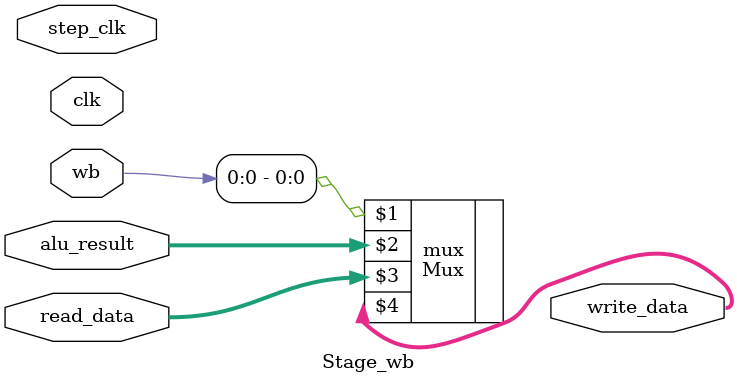
<source format=v>
`include "mux.v"
`include "register.v"

module Stage_wb(clk, step_clk, read_data, alu_result, wb, write_data);
    input clk, step_clk;
    input [31:0] read_data;
    input [31:0] alu_result;
    input [1:0] wb;

    output [31:0] write_data;


    Mux mux(wb[0], alu_result, read_data, write_data);
    defparam mux.n = 32;

endmodule
</source>
